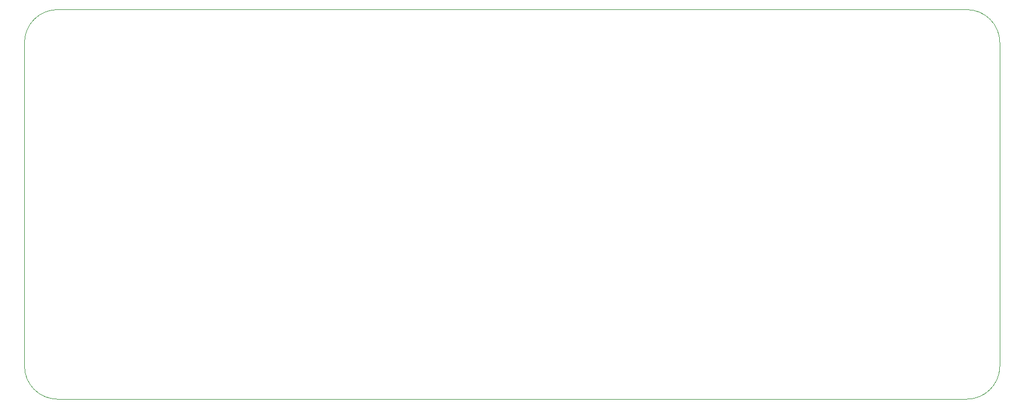
<source format=gbr>
G04*
G04 #@! TF.GenerationSoftware,Altium Limited,Altium Designer,22.4.2 (48)*
G04*
G04 Layer_Color=0*
%FSLAX44Y44*%
%MOMM*%
G71*
G04*
G04 #@! TF.SameCoordinates,C02FB5F5-7DDD-4E4A-B98E-A3E591FA83C8*
G04*
G04*
G04 #@! TF.FilePolarity,Positive*
G04*
G01*
G75*
%ADD119C,0.0254*%
D119*
X151000Y99998D02*
G02*
X99998Y151000I0J51002D01*
G01*
Y648997D01*
X100000Y649000D01*
D02*
G02*
X151003Y700003I51002J0D01*
G01*
X151005Y700000D01*
X1548995D01*
X1548997Y700003D01*
D02*
G02*
X1600000Y649000I0J-51002D01*
G01*
X1600000Y594000D01*
X1600000Y201250D01*
Y150500D01*
D02*
G02*
X1549000Y99998I-51000J500D01*
G01*
X151000Y99998D01*
M02*

</source>
